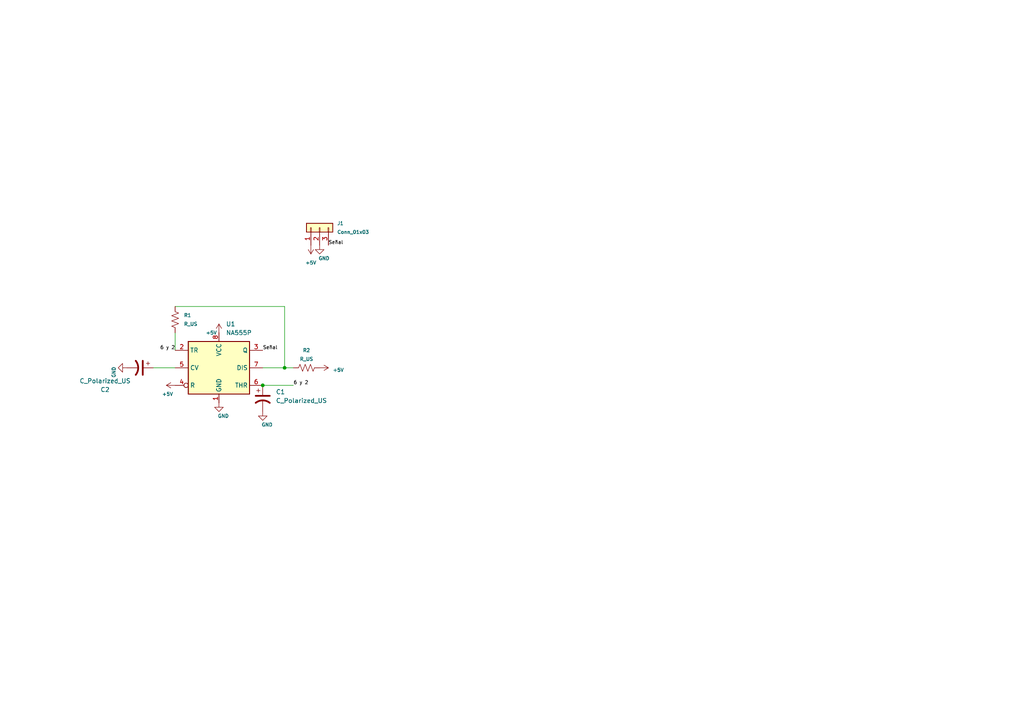
<source format=kicad_sch>
(kicad_sch (version 20211123) (generator eeschema)
  (paper "A4")
  (lib_symbols
    (symbol "Connector_Generic:Conn_01x03" (pin_names (offset 1.016) hide)
      (property "Reference" "J" (at 0 5.08 0))
      (property "Value" "Conn_01x03" (at 0 -5.08 0))
      (symbol "Conn_01x03_1_1"
        (rectangle (start -1.27 -2.413) (end 0 -2.667) (stroke (width 0.1524)))
        (rectangle (start -1.27 0.127) (end 0 -0.127) (stroke (width 0.1524)))
        (rectangle (start -1.27 2.667) (end 0 2.413) (stroke (width 0.1524)))
        (rectangle (start -1.27 3.81) (end 1.27 -3.81) (stroke (width 0.254)) (fill (type background)))
        (pin passive line (at -5.08 2.54 0) (length 3.81) (name "Pin_1") (number "1"))
        (pin passive line (at -5.08 0 0) (length 3.81) (name "Pin_2") (number "2"))
        (pin passive line (at -5.08 -2.54 0) (length 3.81) (name "Pin_3") (number "3"))
      )
    )
    (symbol "Device:C_Polarized_US" (pin_numbers hide) (pin_names (offset 0.254) hide)
      (property "Reference" "C" (at 0.635 2.54 0))
      (property "Value" "C_Polarized_US" (at 0.635 -2.54 0))
      (symbol "C_Polarized_US_0_1"
        (polyline (pts (xy -2.032 0.762) (xy 2.032 0.762)) (stroke (width 0.508)))
        (polyline (pts (xy -1.778 2.286) (xy -0.762 2.286)))
        (polyline (pts (xy -1.27 1.778) (xy -1.27 2.794)))
        (arc (start 2.032 -1.27) (mid 0 -0.5572) (end -2.032 -1.27) (stroke (width 0.508)))
      )
      (symbol "C_Polarized_US_1_1"
        (pin passive line (at 0 3.81 270) (length 2.794) (name "~") (number "1"))
        (pin passive line (at 0 -3.81 90) (length 3.302) (name "~") (number "2"))
      )
    )
    (symbol "Device:R_US" (pin_numbers hide) (pin_names (offset 0))
      (property "Reference" "R" (at 2.54 0 90))
      (property "Value" "R_US" (at -2.54 0 90))
      (symbol "R_US_0_1"
        (polyline (pts (xy 0 -2.286) (xy 0 -2.54)))
        (polyline (pts (xy 0 2.286) (xy 0 2.54)))
        (polyline (pts (xy 0 -0.762) (xy 1.016 -1.143) (xy 0 -1.524) (xy -1.016 -1.905) (xy 0 -2.286)))
        (polyline (pts (xy 0 0.762) (xy 1.016 0.381) (xy 0 0) (xy -1.016 -0.381) (xy 0 -0.762)))
        (polyline (pts (xy 0 2.286) (xy 1.016 1.905) (xy 0 1.524) (xy -1.016 1.143) (xy 0 0.762)))
      )
      (symbol "R_US_1_1"
        (pin passive line (at 0 3.81 270) (length 1.27) (name "~") (number "1"))
        (pin passive line (at 0 -3.81 90) (length 1.27) (name "~") (number "2"))
      )
    )
    (symbol "Timer:NA555P"
      (property "Reference" "U" (at -10.16 8.89 0))
      (property "Value" "NA555P" (at 2.54 8.89 0))
      (symbol "NA555P_0_0"
        (pin power_in line (at 0 -10.16 90) (length 2.54) (name "GND") (number "1"))
        (pin power_in line (at 0 10.16 270) (length 2.54) (name "VCC") (number "8"))
      )
      (symbol "NA555P_0_1"
        (rectangle (start -8.89 -7.62) (end 8.89 7.62) (stroke (width 0.254)) (fill (type background)))
        (rectangle (start -8.89 -7.62) (end 8.89 7.62) (stroke (width 0.254)) (fill (type background)))
      )
      (symbol "NA555P_1_1"
        (pin input line (at -12.7 5.08 0) (length 3.81) (name "TR") (number "2"))
        (pin output line (at 12.7 5.08 180) (length 3.81) (name "Q") (number "3"))
        (pin input inverted (at -12.7 -5.08 0) (length 3.81) (name "R") (number "4"))
        (pin input line (at -12.7 0 0) (length 3.81) (name "CV") (number "5"))
        (pin input line (at 12.7 -5.08 180) (length 3.81) (name "THR") (number "6"))
        (pin input line (at 12.7 0 180) (length 3.81) (name "DIS") (number "7"))
      )
    )
    (symbol "power:+5V" (power) (pin_names (offset 0))
      (property "Value" "+5V" (at 0 3.556 0))
      (symbol "+5V_0_1"
        (polyline (pts (xy -0.762 1.27) (xy 0 2.54)))
        (polyline (pts (xy 0 0) (xy 0 2.54)))
        (polyline (pts (xy 0 2.54) (xy 0.762 1.27)))
      )
      (symbol "+5V_1_1"
        (pin power_in line (at 0 0 90) (length 0) hide (name "+5V") (number "1"))
      )
    )
    (symbol "power:GND" (power) (pin_names (offset 0))
      (property "Value" "GND" (at 0 -3.81 0))
      (symbol "GND_0_1"
        (polyline (pts (xy 0 0) (xy 0 -1.27) (xy 1.27 -1.27) (xy 0 -2.54) (xy -1.27 -1.27) (xy 0 -1.27)))
      )
      (symbol "GND_1_1"
        (pin power_in line (at 0 0 270) (length 0) hide (name "GND") (number "1"))
      )
    )
  )
  (junction (at 82.55 106.68))
  (junction (at 76.2 111.76))
  (wire (pts (xy 44.45 106.68) (xy 50.8 106.68)))
  (wire (pts (xy 82.55 106.68) (xy 76.2 106.68)))
  (wire (pts (xy 82.55 88.9) (xy 82.55 106.68)))
  (wire (pts (xy 85.09 106.68) (xy 82.55 106.68)))
  (wire (pts (xy 50.8 96.52) (xy 50.8 101.6)))
  (wire (pts (xy 50.8 88.9) (xy 82.55 88.9)))
  (wire (pts (xy 85.09 111.76) (xy 76.2 111.76)))
  (label "Señal" (at 76.2 101.6 0) (effects (font (size 1 1))))
  (label "6 y 2" (at 85.09 111.76 0) (effects (font (size 1 1))))
  (label "6 y 2" (at 50.8 101.6 180) (effects (font (size 1 1))))
  (label "Señal" (at 95.25 71.12 0) (effects (font (size 1 1))))
  (symbol (lib_id "power:GND") (at 92.71 71.12 0) (unit 1)
    (property "Reference" "#PWR?" (effects hide))
    (property "Value" "GND" (at 93.98 74.93 0) (effects (font (size 1 1))))
  )
  (symbol (lib_id "power:GND") (at 76.2 119.38 0) (unit 1)
    (property "Reference" "#PWR?" (effects hide))
    (property "Value" "GND" (at 77.47 123.19 0) (effects (font (size 1 1))))
  )
  (symbol (lib_id "Timer:NA555P") (at 63.5 106.68 0) (unit 1)
    (property "Reference" "U1" (at 65.5194 93.98 0) (effects (justify left)))
    (property "Value" "NA555P" (at 65.5194 96.52 0) (effects (justify left)))
    (property "Footprint" "Package_DIP:DIP-8_W7.62mm" (effects hide))
    (property "Datasheet" "http://www.ti.com/lit/ds/symlink/ne555.pdf" (effects hide))
  )
  (symbol (lib_id "power:+5V") (at 90.17 71.12 180) (unit 1)
    (property "Reference" "#PWR?" (effects hide))
    (property "Value" "+5V" (at 90.17 76.2 0) (effects (font (size 1 1))))
  )
  (symbol (lib_id "power:GND") (at 36.83 106.68 270) (unit 1)
    (property "Reference" "#PWR?" (effects hide))
    (property "Value" "GND" (at 33.02 107.95 0) (effects (font (size 1 1))))
  )
  (symbol (lib_id "power:GND") (at 63.5 116.84 0) (unit 1)
    (property "Reference" "#PWR?" (effects hide))
    (property "Value" "GND" (at 64.77 120.65 0) (effects (font (size 1 1))))
  )
  (symbol (lib_id "power:+5V") (at 92.71 106.68 270) (unit 1)
    (property "Reference" "#PWR?" (effects hide))
    (property "Value" "+5V" (at 96.52 107.315 90) (effects (font (size 1 1)) (justify left)))
  )
  (symbol (lib_id "Device:C_Polarized_US") (at 40.64 106.68 270) (unit 1)
    (property "Reference" "C2" (at 30.48 113.03 90))
    (property "Value" "C_Polarized_US" (at 30.48 110.49 90))
  )
  (symbol (lib_id "Device:C_Polarized_US") (at 76.2 115.57 0) (unit 1)
    (property "Reference" "C1" (at 80.01 113.6649 0) (effects (justify left)))
    (property "Value" "C_Polarized_US" (at 80.01 116.2049 0) (effects (justify left)))
  )
  (symbol (lib_id "Connector_Generic:Conn_01x03") (at 92.71 66.04 90) (unit 1)
    (property "Reference" "J1" (at 97.79 64.7699 90) (effects (font (size 1 1)) (justify right)))
    (property "Value" "Conn_01x03" (at 97.79 67.3099 90) (effects (font (size 1 1)) (justify right)))
  )
  (symbol (lib_id "Device:R_US") (at 50.8 92.71 0) (unit 1)
    (property "Reference" "R1" (at 53.34 91.4399 0) (effects (font (size 1 1)) (justify left)))
    (property "Value" "R_US" (at 53.34 93.9799 0) (effects (font (size 1 1)) (justify left)))
  )
  (symbol (lib_id "Device:R_US") (at 88.9 106.68 90) (unit 1)
    (property "Reference" "R2" (at 88.9 101.6 90) (effects (font (size 1 1))))
    (property "Value" "R_US" (at 88.9 104.14 90) (effects (font (size 1 1))))
  )
  (symbol (lib_id "power:+5V") (at 50.8 111.76 90) (unit 1)
    (property "Reference" "#PWR?" (effects hide))
    (property "Value" "+5V" (at 46.99 114.3 90) (effects (font (size 1 1)) (justify right)))
  )
  (symbol (lib_id "power:+5V") (at 63.5 96.52 0) (unit 1)
    (property "Reference" "#PWR?" (effects hide))
    (property "Value" "+5V" (at 59.69 96.52 0) (effects (font (size 1 1)) (justify left)))
  )
)
</source>
